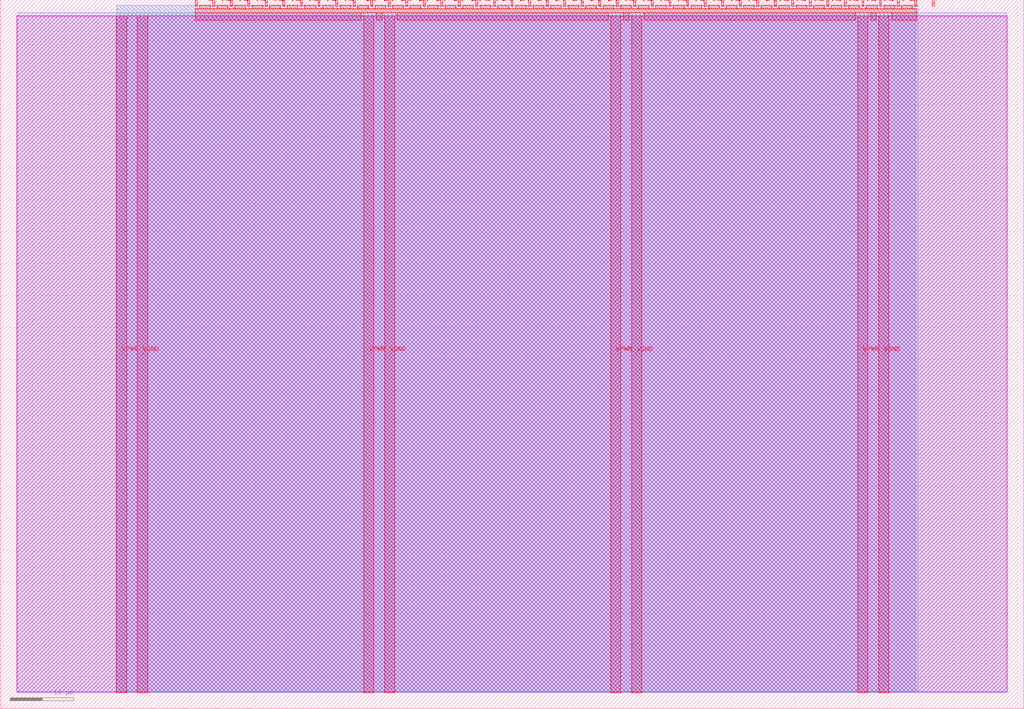
<source format=lef>
VERSION 5.7 ;
  NOWIREEXTENSIONATPIN ON ;
  DIVIDERCHAR "/" ;
  BUSBITCHARS "[]" ;
MACRO tt_um_wokwi_446359782214875137
  CLASS BLOCK ;
  FOREIGN tt_um_wokwi_446359782214875137 ;
  ORIGIN 0.000 0.000 ;
  SIZE 161.000 BY 111.520 ;
  PIN VGND
    DIRECTION INOUT ;
    USE GROUND ;
    PORT
      LAYER met4 ;
        RECT 21.580 2.480 23.180 109.040 ;
    END
    PORT
      LAYER met4 ;
        RECT 60.450 2.480 62.050 109.040 ;
    END
    PORT
      LAYER met4 ;
        RECT 99.320 2.480 100.920 109.040 ;
    END
    PORT
      LAYER met4 ;
        RECT 138.190 2.480 139.790 109.040 ;
    END
  END VGND
  PIN VPWR
    DIRECTION INOUT ;
    USE POWER ;
    PORT
      LAYER met4 ;
        RECT 18.280 2.480 19.880 109.040 ;
    END
    PORT
      LAYER met4 ;
        RECT 57.150 2.480 58.750 109.040 ;
    END
    PORT
      LAYER met4 ;
        RECT 96.020 2.480 97.620 109.040 ;
    END
    PORT
      LAYER met4 ;
        RECT 134.890 2.480 136.490 109.040 ;
    END
  END VPWR
  PIN clk
    DIRECTION INPUT ;
    USE SIGNAL ;
    ANTENNAGATEAREA 0.159000 ;
    PORT
      LAYER met4 ;
        RECT 143.830 110.520 144.130 111.520 ;
    END
  END clk
  PIN ena
    DIRECTION INPUT ;
    USE SIGNAL ;
    PORT
      LAYER met4 ;
        RECT 146.590 110.520 146.890 111.520 ;
    END
  END ena
  PIN rst_n
    DIRECTION INPUT ;
    USE SIGNAL ;
    PORT
      LAYER met4 ;
        RECT 141.070 110.520 141.370 111.520 ;
    END
  END rst_n
  PIN ui_in[0]
    DIRECTION INPUT ;
    USE SIGNAL ;
    ANTENNAGATEAREA 0.196500 ;
    PORT
      LAYER met4 ;
        RECT 138.310 110.520 138.610 111.520 ;
    END
  END ui_in[0]
  PIN ui_in[1]
    DIRECTION INPUT ;
    USE SIGNAL ;
    ANTENNAGATEAREA 0.196500 ;
    PORT
      LAYER met4 ;
        RECT 135.550 110.520 135.850 111.520 ;
    END
  END ui_in[1]
  PIN ui_in[2]
    DIRECTION INPUT ;
    USE SIGNAL ;
    ANTENNAGATEAREA 0.196500 ;
    PORT
      LAYER met4 ;
        RECT 132.790 110.520 133.090 111.520 ;
    END
  END ui_in[2]
  PIN ui_in[3]
    DIRECTION INPUT ;
    USE SIGNAL ;
    ANTENNAGATEAREA 0.196500 ;
    PORT
      LAYER met4 ;
        RECT 130.030 110.520 130.330 111.520 ;
    END
  END ui_in[3]
  PIN ui_in[4]
    DIRECTION INPUT ;
    USE SIGNAL ;
    PORT
      LAYER met4 ;
        RECT 127.270 110.520 127.570 111.520 ;
    END
  END ui_in[4]
  PIN ui_in[5]
    DIRECTION INPUT ;
    USE SIGNAL ;
    PORT
      LAYER met4 ;
        RECT 124.510 110.520 124.810 111.520 ;
    END
  END ui_in[5]
  PIN ui_in[6]
    DIRECTION INPUT ;
    USE SIGNAL ;
    PORT
      LAYER met4 ;
        RECT 121.750 110.520 122.050 111.520 ;
    END
  END ui_in[6]
  PIN ui_in[7]
    DIRECTION INPUT ;
    USE SIGNAL ;
    PORT
      LAYER met4 ;
        RECT 118.990 110.520 119.290 111.520 ;
    END
  END ui_in[7]
  PIN uio_in[0]
    DIRECTION INPUT ;
    USE SIGNAL ;
    PORT
      LAYER met4 ;
        RECT 116.230 110.520 116.530 111.520 ;
    END
  END uio_in[0]
  PIN uio_in[1]
    DIRECTION INPUT ;
    USE SIGNAL ;
    PORT
      LAYER met4 ;
        RECT 113.470 110.520 113.770 111.520 ;
    END
  END uio_in[1]
  PIN uio_in[2]
    DIRECTION INPUT ;
    USE SIGNAL ;
    PORT
      LAYER met4 ;
        RECT 110.710 110.520 111.010 111.520 ;
    END
  END uio_in[2]
  PIN uio_in[3]
    DIRECTION INPUT ;
    USE SIGNAL ;
    PORT
      LAYER met4 ;
        RECT 107.950 110.520 108.250 111.520 ;
    END
  END uio_in[3]
  PIN uio_in[4]
    DIRECTION INPUT ;
    USE SIGNAL ;
    PORT
      LAYER met4 ;
        RECT 105.190 110.520 105.490 111.520 ;
    END
  END uio_in[4]
  PIN uio_in[5]
    DIRECTION INPUT ;
    USE SIGNAL ;
    PORT
      LAYER met4 ;
        RECT 102.430 110.520 102.730 111.520 ;
    END
  END uio_in[5]
  PIN uio_in[6]
    DIRECTION INPUT ;
    USE SIGNAL ;
    PORT
      LAYER met4 ;
        RECT 99.670 110.520 99.970 111.520 ;
    END
  END uio_in[6]
  PIN uio_in[7]
    DIRECTION INPUT ;
    USE SIGNAL ;
    PORT
      LAYER met4 ;
        RECT 96.910 110.520 97.210 111.520 ;
    END
  END uio_in[7]
  PIN uio_oe[0]
    DIRECTION OUTPUT ;
    USE SIGNAL ;
    PORT
      LAYER met4 ;
        RECT 49.990 110.520 50.290 111.520 ;
    END
  END uio_oe[0]
  PIN uio_oe[1]
    DIRECTION OUTPUT ;
    USE SIGNAL ;
    PORT
      LAYER met4 ;
        RECT 47.230 110.520 47.530 111.520 ;
    END
  END uio_oe[1]
  PIN uio_oe[2]
    DIRECTION OUTPUT ;
    USE SIGNAL ;
    PORT
      LAYER met4 ;
        RECT 44.470 110.520 44.770 111.520 ;
    END
  END uio_oe[2]
  PIN uio_oe[3]
    DIRECTION OUTPUT ;
    USE SIGNAL ;
    PORT
      LAYER met4 ;
        RECT 41.710 110.520 42.010 111.520 ;
    END
  END uio_oe[3]
  PIN uio_oe[4]
    DIRECTION OUTPUT ;
    USE SIGNAL ;
    PORT
      LAYER met4 ;
        RECT 38.950 110.520 39.250 111.520 ;
    END
  END uio_oe[4]
  PIN uio_oe[5]
    DIRECTION OUTPUT ;
    USE SIGNAL ;
    PORT
      LAYER met4 ;
        RECT 36.190 110.520 36.490 111.520 ;
    END
  END uio_oe[5]
  PIN uio_oe[6]
    DIRECTION OUTPUT ;
    USE SIGNAL ;
    PORT
      LAYER met4 ;
        RECT 33.430 110.520 33.730 111.520 ;
    END
  END uio_oe[6]
  PIN uio_oe[7]
    DIRECTION OUTPUT ;
    USE SIGNAL ;
    PORT
      LAYER met4 ;
        RECT 30.670 110.520 30.970 111.520 ;
    END
  END uio_oe[7]
  PIN uio_out[0]
    DIRECTION OUTPUT ;
    USE SIGNAL ;
    PORT
      LAYER met4 ;
        RECT 72.070 110.520 72.370 111.520 ;
    END
  END uio_out[0]
  PIN uio_out[1]
    DIRECTION OUTPUT ;
    USE SIGNAL ;
    PORT
      LAYER met4 ;
        RECT 69.310 110.520 69.610 111.520 ;
    END
  END uio_out[1]
  PIN uio_out[2]
    DIRECTION OUTPUT ;
    USE SIGNAL ;
    PORT
      LAYER met4 ;
        RECT 66.550 110.520 66.850 111.520 ;
    END
  END uio_out[2]
  PIN uio_out[3]
    DIRECTION OUTPUT ;
    USE SIGNAL ;
    PORT
      LAYER met4 ;
        RECT 63.790 110.520 64.090 111.520 ;
    END
  END uio_out[3]
  PIN uio_out[4]
    DIRECTION OUTPUT ;
    USE SIGNAL ;
    PORT
      LAYER met4 ;
        RECT 61.030 110.520 61.330 111.520 ;
    END
  END uio_out[4]
  PIN uio_out[5]
    DIRECTION OUTPUT ;
    USE SIGNAL ;
    PORT
      LAYER met4 ;
        RECT 58.270 110.520 58.570 111.520 ;
    END
  END uio_out[5]
  PIN uio_out[6]
    DIRECTION OUTPUT ;
    USE SIGNAL ;
    PORT
      LAYER met4 ;
        RECT 55.510 110.520 55.810 111.520 ;
    END
  END uio_out[6]
  PIN uio_out[7]
    DIRECTION OUTPUT ;
    USE SIGNAL ;
    PORT
      LAYER met4 ;
        RECT 52.750 110.520 53.050 111.520 ;
    END
  END uio_out[7]
  PIN uo_out[0]
    DIRECTION OUTPUT ;
    USE SIGNAL ;
    ANTENNADIFFAREA 0.445500 ;
    PORT
      LAYER met4 ;
        RECT 94.150 110.520 94.450 111.520 ;
    END
  END uo_out[0]
  PIN uo_out[1]
    DIRECTION OUTPUT ;
    USE SIGNAL ;
    ANTENNADIFFAREA 0.445500 ;
    PORT
      LAYER met4 ;
        RECT 91.390 110.520 91.690 111.520 ;
    END
  END uo_out[1]
  PIN uo_out[2]
    DIRECTION OUTPUT ;
    USE SIGNAL ;
    ANTENNADIFFAREA 0.445500 ;
    PORT
      LAYER met4 ;
        RECT 88.630 110.520 88.930 111.520 ;
    END
  END uo_out[2]
  PIN uo_out[3]
    DIRECTION OUTPUT ;
    USE SIGNAL ;
    ANTENNADIFFAREA 0.445500 ;
    PORT
      LAYER met4 ;
        RECT 85.870 110.520 86.170 111.520 ;
    END
  END uo_out[3]
  PIN uo_out[4]
    DIRECTION OUTPUT ;
    USE SIGNAL ;
    ANTENNADIFFAREA 0.445500 ;
    PORT
      LAYER met4 ;
        RECT 83.110 110.520 83.410 111.520 ;
    END
  END uo_out[4]
  PIN uo_out[5]
    DIRECTION OUTPUT ;
    USE SIGNAL ;
    ANTENNADIFFAREA 0.445500 ;
    PORT
      LAYER met4 ;
        RECT 80.350 110.520 80.650 111.520 ;
    END
  END uo_out[5]
  PIN uo_out[6]
    DIRECTION OUTPUT ;
    USE SIGNAL ;
    ANTENNADIFFAREA 0.445500 ;
    PORT
      LAYER met4 ;
        RECT 77.590 110.520 77.890 111.520 ;
    END
  END uo_out[6]
  PIN uo_out[7]
    DIRECTION OUTPUT ;
    USE SIGNAL ;
    PORT
      LAYER met4 ;
        RECT 74.830 110.520 75.130 111.520 ;
    END
  END uo_out[7]
  OBS
      LAYER nwell ;
        RECT 2.570 2.635 158.430 108.990 ;
      LAYER li1 ;
        RECT 2.760 2.635 158.240 108.885 ;
      LAYER met1 ;
        RECT 2.760 2.480 158.240 109.440 ;
      LAYER met2 ;
        RECT 18.310 2.535 143.890 110.685 ;
      LAYER met3 ;
        RECT 18.290 2.555 144.370 110.665 ;
      LAYER met4 ;
        RECT 31.370 110.120 33.030 110.665 ;
        RECT 34.130 110.120 35.790 110.665 ;
        RECT 36.890 110.120 38.550 110.665 ;
        RECT 39.650 110.120 41.310 110.665 ;
        RECT 42.410 110.120 44.070 110.665 ;
        RECT 45.170 110.120 46.830 110.665 ;
        RECT 47.930 110.120 49.590 110.665 ;
        RECT 50.690 110.120 52.350 110.665 ;
        RECT 53.450 110.120 55.110 110.665 ;
        RECT 56.210 110.120 57.870 110.665 ;
        RECT 58.970 110.120 60.630 110.665 ;
        RECT 61.730 110.120 63.390 110.665 ;
        RECT 64.490 110.120 66.150 110.665 ;
        RECT 67.250 110.120 68.910 110.665 ;
        RECT 70.010 110.120 71.670 110.665 ;
        RECT 72.770 110.120 74.430 110.665 ;
        RECT 75.530 110.120 77.190 110.665 ;
        RECT 78.290 110.120 79.950 110.665 ;
        RECT 81.050 110.120 82.710 110.665 ;
        RECT 83.810 110.120 85.470 110.665 ;
        RECT 86.570 110.120 88.230 110.665 ;
        RECT 89.330 110.120 90.990 110.665 ;
        RECT 92.090 110.120 93.750 110.665 ;
        RECT 94.850 110.120 96.510 110.665 ;
        RECT 97.610 110.120 99.270 110.665 ;
        RECT 100.370 110.120 102.030 110.665 ;
        RECT 103.130 110.120 104.790 110.665 ;
        RECT 105.890 110.120 107.550 110.665 ;
        RECT 108.650 110.120 110.310 110.665 ;
        RECT 111.410 110.120 113.070 110.665 ;
        RECT 114.170 110.120 115.830 110.665 ;
        RECT 116.930 110.120 118.590 110.665 ;
        RECT 119.690 110.120 121.350 110.665 ;
        RECT 122.450 110.120 124.110 110.665 ;
        RECT 125.210 110.120 126.870 110.665 ;
        RECT 127.970 110.120 129.630 110.665 ;
        RECT 130.730 110.120 132.390 110.665 ;
        RECT 133.490 110.120 135.150 110.665 ;
        RECT 136.250 110.120 137.910 110.665 ;
        RECT 139.010 110.120 140.670 110.665 ;
        RECT 141.770 110.120 143.430 110.665 ;
        RECT 30.655 109.440 144.145 110.120 ;
        RECT 30.655 108.295 56.750 109.440 ;
        RECT 59.150 108.295 60.050 109.440 ;
        RECT 62.450 108.295 95.620 109.440 ;
        RECT 98.020 108.295 98.920 109.440 ;
        RECT 101.320 108.295 134.490 109.440 ;
        RECT 136.890 108.295 137.790 109.440 ;
        RECT 140.190 108.295 144.145 109.440 ;
  END
END tt_um_wokwi_446359782214875137
END LIBRARY


</source>
